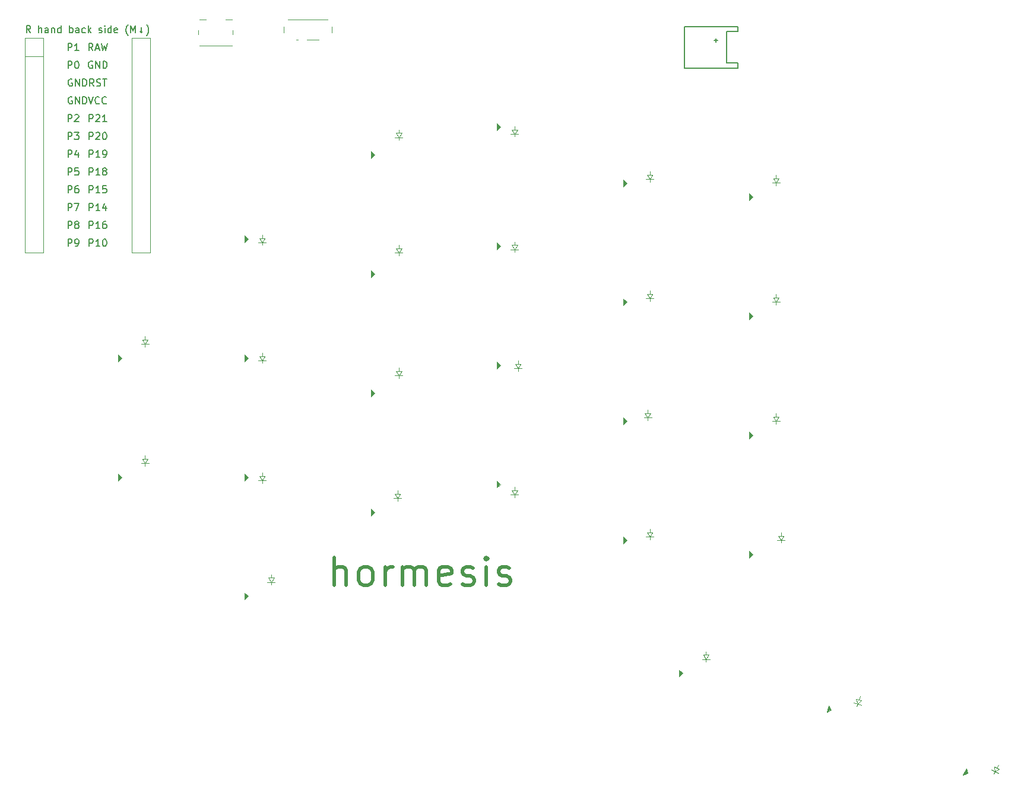
<source format=gbr>
%TF.GenerationSoftware,KiCad,Pcbnew,9.0.6*%
%TF.CreationDate,2025-11-21T16:08:54+01:00*%
%TF.ProjectId,main_pcb,6d61696e-5f70-4636-922e-6b696361645f,v1.0.0*%
%TF.SameCoordinates,Original*%
%TF.FileFunction,Legend,Top*%
%TF.FilePolarity,Positive*%
%FSLAX46Y46*%
G04 Gerber Fmt 4.6, Leading zero omitted, Abs format (unit mm)*
G04 Created by KiCad (PCBNEW 9.0.6) date 2025-11-21 16:08:54*
%MOMM*%
%LPD*%
G01*
G04 APERTURE LIST*
%ADD10C,0.500000*%
%ADD11C,0.150000*%
%ADD12C,0.120000*%
%ADD13C,0.100000*%
G04 APERTURE END LIST*
D10*
X116781327Y-154324476D02*
X116781327Y-150324476D01*
X118495613Y-154324476D02*
X118495613Y-152229238D01*
X118495613Y-152229238D02*
X118305137Y-151848285D01*
X118305137Y-151848285D02*
X117924185Y-151657809D01*
X117924185Y-151657809D02*
X117352756Y-151657809D01*
X117352756Y-151657809D02*
X116971804Y-151848285D01*
X116971804Y-151848285D02*
X116781327Y-152038761D01*
X120971804Y-154324476D02*
X120590852Y-154134000D01*
X120590852Y-154134000D02*
X120400375Y-153943523D01*
X120400375Y-153943523D02*
X120209899Y-153562571D01*
X120209899Y-153562571D02*
X120209899Y-152419714D01*
X120209899Y-152419714D02*
X120400375Y-152038761D01*
X120400375Y-152038761D02*
X120590852Y-151848285D01*
X120590852Y-151848285D02*
X120971804Y-151657809D01*
X120971804Y-151657809D02*
X121543233Y-151657809D01*
X121543233Y-151657809D02*
X121924185Y-151848285D01*
X121924185Y-151848285D02*
X122114661Y-152038761D01*
X122114661Y-152038761D02*
X122305137Y-152419714D01*
X122305137Y-152419714D02*
X122305137Y-153562571D01*
X122305137Y-153562571D02*
X122114661Y-153943523D01*
X122114661Y-153943523D02*
X121924185Y-154134000D01*
X121924185Y-154134000D02*
X121543233Y-154324476D01*
X121543233Y-154324476D02*
X120971804Y-154324476D01*
X124019423Y-154324476D02*
X124019423Y-151657809D01*
X124019423Y-152419714D02*
X124209900Y-152038761D01*
X124209900Y-152038761D02*
X124400376Y-151848285D01*
X124400376Y-151848285D02*
X124781328Y-151657809D01*
X124781328Y-151657809D02*
X125162281Y-151657809D01*
X126495613Y-154324476D02*
X126495613Y-151657809D01*
X126495613Y-152038761D02*
X126686090Y-151848285D01*
X126686090Y-151848285D02*
X127067042Y-151657809D01*
X127067042Y-151657809D02*
X127638471Y-151657809D01*
X127638471Y-151657809D02*
X128019423Y-151848285D01*
X128019423Y-151848285D02*
X128209899Y-152229238D01*
X128209899Y-152229238D02*
X128209899Y-154324476D01*
X128209899Y-152229238D02*
X128400375Y-151848285D01*
X128400375Y-151848285D02*
X128781328Y-151657809D01*
X128781328Y-151657809D02*
X129352756Y-151657809D01*
X129352756Y-151657809D02*
X129733709Y-151848285D01*
X129733709Y-151848285D02*
X129924185Y-152229238D01*
X129924185Y-152229238D02*
X129924185Y-154324476D01*
X133352756Y-154134000D02*
X132971804Y-154324476D01*
X132971804Y-154324476D02*
X132209899Y-154324476D01*
X132209899Y-154324476D02*
X131828946Y-154134000D01*
X131828946Y-154134000D02*
X131638470Y-153753047D01*
X131638470Y-153753047D02*
X131638470Y-152229238D01*
X131638470Y-152229238D02*
X131828946Y-151848285D01*
X131828946Y-151848285D02*
X132209899Y-151657809D01*
X132209899Y-151657809D02*
X132971804Y-151657809D01*
X132971804Y-151657809D02*
X133352756Y-151848285D01*
X133352756Y-151848285D02*
X133543232Y-152229238D01*
X133543232Y-152229238D02*
X133543232Y-152610190D01*
X133543232Y-152610190D02*
X131638470Y-152991142D01*
X135067041Y-154134000D02*
X135447994Y-154324476D01*
X135447994Y-154324476D02*
X136209898Y-154324476D01*
X136209898Y-154324476D02*
X136590851Y-154134000D01*
X136590851Y-154134000D02*
X136781327Y-153753047D01*
X136781327Y-153753047D02*
X136781327Y-153562571D01*
X136781327Y-153562571D02*
X136590851Y-153181619D01*
X136590851Y-153181619D02*
X136209898Y-152991142D01*
X136209898Y-152991142D02*
X135638470Y-152991142D01*
X135638470Y-152991142D02*
X135257517Y-152800666D01*
X135257517Y-152800666D02*
X135067041Y-152419714D01*
X135067041Y-152419714D02*
X135067041Y-152229238D01*
X135067041Y-152229238D02*
X135257517Y-151848285D01*
X135257517Y-151848285D02*
X135638470Y-151657809D01*
X135638470Y-151657809D02*
X136209898Y-151657809D01*
X136209898Y-151657809D02*
X136590851Y-151848285D01*
X138495612Y-154324476D02*
X138495612Y-151657809D01*
X138495612Y-150324476D02*
X138305136Y-150514952D01*
X138305136Y-150514952D02*
X138495612Y-150705428D01*
X138495612Y-150705428D02*
X138686089Y-150514952D01*
X138686089Y-150514952D02*
X138495612Y-150324476D01*
X138495612Y-150324476D02*
X138495612Y-150705428D01*
X140209898Y-154134000D02*
X140590851Y-154324476D01*
X140590851Y-154324476D02*
X141352755Y-154324476D01*
X141352755Y-154324476D02*
X141733708Y-154134000D01*
X141733708Y-154134000D02*
X141924184Y-153753047D01*
X141924184Y-153753047D02*
X141924184Y-153562571D01*
X141924184Y-153562571D02*
X141733708Y-153181619D01*
X141733708Y-153181619D02*
X141352755Y-152991142D01*
X141352755Y-152991142D02*
X140781327Y-152991142D01*
X140781327Y-152991142D02*
X140400374Y-152800666D01*
X140400374Y-152800666D02*
X140209898Y-152419714D01*
X140209898Y-152419714D02*
X140209898Y-152229238D01*
X140209898Y-152229238D02*
X140400374Y-151848285D01*
X140400374Y-151848285D02*
X140781327Y-151657809D01*
X140781327Y-151657809D02*
X141352755Y-151657809D01*
X141352755Y-151657809D02*
X141733708Y-151848285D01*
D11*
X79388095Y-82082438D02*
X79292857Y-82034819D01*
X79292857Y-82034819D02*
X79150000Y-82034819D01*
X79150000Y-82034819D02*
X79007143Y-82082438D01*
X79007143Y-82082438D02*
X78911905Y-82177676D01*
X78911905Y-82177676D02*
X78864286Y-82272914D01*
X78864286Y-82272914D02*
X78816667Y-82463390D01*
X78816667Y-82463390D02*
X78816667Y-82606247D01*
X78816667Y-82606247D02*
X78864286Y-82796723D01*
X78864286Y-82796723D02*
X78911905Y-82891961D01*
X78911905Y-82891961D02*
X79007143Y-82987200D01*
X79007143Y-82987200D02*
X79150000Y-83034819D01*
X79150000Y-83034819D02*
X79245238Y-83034819D01*
X79245238Y-83034819D02*
X79388095Y-82987200D01*
X79388095Y-82987200D02*
X79435714Y-82939580D01*
X79435714Y-82939580D02*
X79435714Y-82606247D01*
X79435714Y-82606247D02*
X79245238Y-82606247D01*
X79864286Y-83034819D02*
X79864286Y-82034819D01*
X79864286Y-82034819D02*
X80435714Y-83034819D01*
X80435714Y-83034819D02*
X80435714Y-82034819D01*
X80911905Y-83034819D02*
X80911905Y-82034819D01*
X80911905Y-82034819D02*
X81150000Y-82034819D01*
X81150000Y-82034819D02*
X81292857Y-82082438D01*
X81292857Y-82082438D02*
X81388095Y-82177676D01*
X81388095Y-82177676D02*
X81435714Y-82272914D01*
X81435714Y-82272914D02*
X81483333Y-82463390D01*
X81483333Y-82463390D02*
X81483333Y-82606247D01*
X81483333Y-82606247D02*
X81435714Y-82796723D01*
X81435714Y-82796723D02*
X81388095Y-82891961D01*
X81388095Y-82891961D02*
X81292857Y-82987200D01*
X81292857Y-82987200D02*
X81150000Y-83034819D01*
X81150000Y-83034819D02*
X80911905Y-83034819D01*
X78821905Y-98274819D02*
X78821905Y-97274819D01*
X78821905Y-97274819D02*
X79202857Y-97274819D01*
X79202857Y-97274819D02*
X79298095Y-97322438D01*
X79298095Y-97322438D02*
X79345714Y-97370057D01*
X79345714Y-97370057D02*
X79393333Y-97465295D01*
X79393333Y-97465295D02*
X79393333Y-97608152D01*
X79393333Y-97608152D02*
X79345714Y-97703390D01*
X79345714Y-97703390D02*
X79298095Y-97751009D01*
X79298095Y-97751009D02*
X79202857Y-97798628D01*
X79202857Y-97798628D02*
X78821905Y-97798628D01*
X80250476Y-97274819D02*
X80060000Y-97274819D01*
X80060000Y-97274819D02*
X79964762Y-97322438D01*
X79964762Y-97322438D02*
X79917143Y-97370057D01*
X79917143Y-97370057D02*
X79821905Y-97512914D01*
X79821905Y-97512914D02*
X79774286Y-97703390D01*
X79774286Y-97703390D02*
X79774286Y-98084342D01*
X79774286Y-98084342D02*
X79821905Y-98179580D01*
X79821905Y-98179580D02*
X79869524Y-98227200D01*
X79869524Y-98227200D02*
X79964762Y-98274819D01*
X79964762Y-98274819D02*
X80155238Y-98274819D01*
X80155238Y-98274819D02*
X80250476Y-98227200D01*
X80250476Y-98227200D02*
X80298095Y-98179580D01*
X80298095Y-98179580D02*
X80345714Y-98084342D01*
X80345714Y-98084342D02*
X80345714Y-97846247D01*
X80345714Y-97846247D02*
X80298095Y-97751009D01*
X80298095Y-97751009D02*
X80250476Y-97703390D01*
X80250476Y-97703390D02*
X80155238Y-97655771D01*
X80155238Y-97655771D02*
X79964762Y-97655771D01*
X79964762Y-97655771D02*
X79869524Y-97703390D01*
X79869524Y-97703390D02*
X79821905Y-97751009D01*
X79821905Y-97751009D02*
X79774286Y-97846247D01*
X81835714Y-90654819D02*
X81835714Y-89654819D01*
X81835714Y-89654819D02*
X82216666Y-89654819D01*
X82216666Y-89654819D02*
X82311904Y-89702438D01*
X82311904Y-89702438D02*
X82359523Y-89750057D01*
X82359523Y-89750057D02*
X82407142Y-89845295D01*
X82407142Y-89845295D02*
X82407142Y-89988152D01*
X82407142Y-89988152D02*
X82359523Y-90083390D01*
X82359523Y-90083390D02*
X82311904Y-90131009D01*
X82311904Y-90131009D02*
X82216666Y-90178628D01*
X82216666Y-90178628D02*
X81835714Y-90178628D01*
X82788095Y-89750057D02*
X82835714Y-89702438D01*
X82835714Y-89702438D02*
X82930952Y-89654819D01*
X82930952Y-89654819D02*
X83169047Y-89654819D01*
X83169047Y-89654819D02*
X83264285Y-89702438D01*
X83264285Y-89702438D02*
X83311904Y-89750057D01*
X83311904Y-89750057D02*
X83359523Y-89845295D01*
X83359523Y-89845295D02*
X83359523Y-89940533D01*
X83359523Y-89940533D02*
X83311904Y-90083390D01*
X83311904Y-90083390D02*
X82740476Y-90654819D01*
X82740476Y-90654819D02*
X83359523Y-90654819D01*
X83978571Y-89654819D02*
X84073809Y-89654819D01*
X84073809Y-89654819D02*
X84169047Y-89702438D01*
X84169047Y-89702438D02*
X84216666Y-89750057D01*
X84216666Y-89750057D02*
X84264285Y-89845295D01*
X84264285Y-89845295D02*
X84311904Y-90035771D01*
X84311904Y-90035771D02*
X84311904Y-90273866D01*
X84311904Y-90273866D02*
X84264285Y-90464342D01*
X84264285Y-90464342D02*
X84216666Y-90559580D01*
X84216666Y-90559580D02*
X84169047Y-90607200D01*
X84169047Y-90607200D02*
X84073809Y-90654819D01*
X84073809Y-90654819D02*
X83978571Y-90654819D01*
X83978571Y-90654819D02*
X83883333Y-90607200D01*
X83883333Y-90607200D02*
X83835714Y-90559580D01*
X83835714Y-90559580D02*
X83788095Y-90464342D01*
X83788095Y-90464342D02*
X83740476Y-90273866D01*
X83740476Y-90273866D02*
X83740476Y-90035771D01*
X83740476Y-90035771D02*
X83788095Y-89845295D01*
X83788095Y-89845295D02*
X83835714Y-89750057D01*
X83835714Y-89750057D02*
X83883333Y-89702438D01*
X83883333Y-89702438D02*
X83978571Y-89654819D01*
X81835714Y-105894819D02*
X81835714Y-104894819D01*
X81835714Y-104894819D02*
X82216666Y-104894819D01*
X82216666Y-104894819D02*
X82311904Y-104942438D01*
X82311904Y-104942438D02*
X82359523Y-104990057D01*
X82359523Y-104990057D02*
X82407142Y-105085295D01*
X82407142Y-105085295D02*
X82407142Y-105228152D01*
X82407142Y-105228152D02*
X82359523Y-105323390D01*
X82359523Y-105323390D02*
X82311904Y-105371009D01*
X82311904Y-105371009D02*
X82216666Y-105418628D01*
X82216666Y-105418628D02*
X81835714Y-105418628D01*
X83359523Y-105894819D02*
X82788095Y-105894819D01*
X83073809Y-105894819D02*
X83073809Y-104894819D01*
X83073809Y-104894819D02*
X82978571Y-105037676D01*
X82978571Y-105037676D02*
X82883333Y-105132914D01*
X82883333Y-105132914D02*
X82788095Y-105180533D01*
X83978571Y-104894819D02*
X84073809Y-104894819D01*
X84073809Y-104894819D02*
X84169047Y-104942438D01*
X84169047Y-104942438D02*
X84216666Y-104990057D01*
X84216666Y-104990057D02*
X84264285Y-105085295D01*
X84264285Y-105085295D02*
X84311904Y-105275771D01*
X84311904Y-105275771D02*
X84311904Y-105513866D01*
X84311904Y-105513866D02*
X84264285Y-105704342D01*
X84264285Y-105704342D02*
X84216666Y-105799580D01*
X84216666Y-105799580D02*
X84169047Y-105847200D01*
X84169047Y-105847200D02*
X84073809Y-105894819D01*
X84073809Y-105894819D02*
X83978571Y-105894819D01*
X83978571Y-105894819D02*
X83883333Y-105847200D01*
X83883333Y-105847200D02*
X83835714Y-105799580D01*
X83835714Y-105799580D02*
X83788095Y-105704342D01*
X83788095Y-105704342D02*
X83740476Y-105513866D01*
X83740476Y-105513866D02*
X83740476Y-105275771D01*
X83740476Y-105275771D02*
X83788095Y-105085295D01*
X83788095Y-105085295D02*
X83835714Y-104990057D01*
X83835714Y-104990057D02*
X83883333Y-104942438D01*
X83883333Y-104942438D02*
X83978571Y-104894819D01*
X81835714Y-100814819D02*
X81835714Y-99814819D01*
X81835714Y-99814819D02*
X82216666Y-99814819D01*
X82216666Y-99814819D02*
X82311904Y-99862438D01*
X82311904Y-99862438D02*
X82359523Y-99910057D01*
X82359523Y-99910057D02*
X82407142Y-100005295D01*
X82407142Y-100005295D02*
X82407142Y-100148152D01*
X82407142Y-100148152D02*
X82359523Y-100243390D01*
X82359523Y-100243390D02*
X82311904Y-100291009D01*
X82311904Y-100291009D02*
X82216666Y-100338628D01*
X82216666Y-100338628D02*
X81835714Y-100338628D01*
X83359523Y-100814819D02*
X82788095Y-100814819D01*
X83073809Y-100814819D02*
X83073809Y-99814819D01*
X83073809Y-99814819D02*
X82978571Y-99957676D01*
X82978571Y-99957676D02*
X82883333Y-100052914D01*
X82883333Y-100052914D02*
X82788095Y-100100533D01*
X84216666Y-100148152D02*
X84216666Y-100814819D01*
X83978571Y-99767200D02*
X83740476Y-100481485D01*
X83740476Y-100481485D02*
X84359523Y-100481485D01*
X78821905Y-77954819D02*
X78821905Y-76954819D01*
X78821905Y-76954819D02*
X79202857Y-76954819D01*
X79202857Y-76954819D02*
X79298095Y-77002438D01*
X79298095Y-77002438D02*
X79345714Y-77050057D01*
X79345714Y-77050057D02*
X79393333Y-77145295D01*
X79393333Y-77145295D02*
X79393333Y-77288152D01*
X79393333Y-77288152D02*
X79345714Y-77383390D01*
X79345714Y-77383390D02*
X79298095Y-77431009D01*
X79298095Y-77431009D02*
X79202857Y-77478628D01*
X79202857Y-77478628D02*
X78821905Y-77478628D01*
X80345714Y-77954819D02*
X79774286Y-77954819D01*
X80060000Y-77954819D02*
X80060000Y-76954819D01*
X80060000Y-76954819D02*
X79964762Y-77097676D01*
X79964762Y-77097676D02*
X79869524Y-77192914D01*
X79869524Y-77192914D02*
X79774286Y-77240533D01*
X78821905Y-95734819D02*
X78821905Y-94734819D01*
X78821905Y-94734819D02*
X79202857Y-94734819D01*
X79202857Y-94734819D02*
X79298095Y-94782438D01*
X79298095Y-94782438D02*
X79345714Y-94830057D01*
X79345714Y-94830057D02*
X79393333Y-94925295D01*
X79393333Y-94925295D02*
X79393333Y-95068152D01*
X79393333Y-95068152D02*
X79345714Y-95163390D01*
X79345714Y-95163390D02*
X79298095Y-95211009D01*
X79298095Y-95211009D02*
X79202857Y-95258628D01*
X79202857Y-95258628D02*
X78821905Y-95258628D01*
X80298095Y-94734819D02*
X79821905Y-94734819D01*
X79821905Y-94734819D02*
X79774286Y-95211009D01*
X79774286Y-95211009D02*
X79821905Y-95163390D01*
X79821905Y-95163390D02*
X79917143Y-95115771D01*
X79917143Y-95115771D02*
X80155238Y-95115771D01*
X80155238Y-95115771D02*
X80250476Y-95163390D01*
X80250476Y-95163390D02*
X80298095Y-95211009D01*
X80298095Y-95211009D02*
X80345714Y-95306247D01*
X80345714Y-95306247D02*
X80345714Y-95544342D01*
X80345714Y-95544342D02*
X80298095Y-95639580D01*
X80298095Y-95639580D02*
X80250476Y-95687200D01*
X80250476Y-95687200D02*
X80155238Y-95734819D01*
X80155238Y-95734819D02*
X79917143Y-95734819D01*
X79917143Y-95734819D02*
X79821905Y-95687200D01*
X79821905Y-95687200D02*
X79774286Y-95639580D01*
X81716667Y-84574819D02*
X82050000Y-85574819D01*
X82050000Y-85574819D02*
X82383333Y-84574819D01*
X83288095Y-85479580D02*
X83240476Y-85527200D01*
X83240476Y-85527200D02*
X83097619Y-85574819D01*
X83097619Y-85574819D02*
X83002381Y-85574819D01*
X83002381Y-85574819D02*
X82859524Y-85527200D01*
X82859524Y-85527200D02*
X82764286Y-85431961D01*
X82764286Y-85431961D02*
X82716667Y-85336723D01*
X82716667Y-85336723D02*
X82669048Y-85146247D01*
X82669048Y-85146247D02*
X82669048Y-85003390D01*
X82669048Y-85003390D02*
X82716667Y-84812914D01*
X82716667Y-84812914D02*
X82764286Y-84717676D01*
X82764286Y-84717676D02*
X82859524Y-84622438D01*
X82859524Y-84622438D02*
X83002381Y-84574819D01*
X83002381Y-84574819D02*
X83097619Y-84574819D01*
X83097619Y-84574819D02*
X83240476Y-84622438D01*
X83240476Y-84622438D02*
X83288095Y-84670057D01*
X84288095Y-85479580D02*
X84240476Y-85527200D01*
X84240476Y-85527200D02*
X84097619Y-85574819D01*
X84097619Y-85574819D02*
X84002381Y-85574819D01*
X84002381Y-85574819D02*
X83859524Y-85527200D01*
X83859524Y-85527200D02*
X83764286Y-85431961D01*
X83764286Y-85431961D02*
X83716667Y-85336723D01*
X83716667Y-85336723D02*
X83669048Y-85146247D01*
X83669048Y-85146247D02*
X83669048Y-85003390D01*
X83669048Y-85003390D02*
X83716667Y-84812914D01*
X83716667Y-84812914D02*
X83764286Y-84717676D01*
X83764286Y-84717676D02*
X83859524Y-84622438D01*
X83859524Y-84622438D02*
X84002381Y-84574819D01*
X84002381Y-84574819D02*
X84097619Y-84574819D01*
X84097619Y-84574819D02*
X84240476Y-84622438D01*
X84240476Y-84622438D02*
X84288095Y-84670057D01*
X81835714Y-88114819D02*
X81835714Y-87114819D01*
X81835714Y-87114819D02*
X82216666Y-87114819D01*
X82216666Y-87114819D02*
X82311904Y-87162438D01*
X82311904Y-87162438D02*
X82359523Y-87210057D01*
X82359523Y-87210057D02*
X82407142Y-87305295D01*
X82407142Y-87305295D02*
X82407142Y-87448152D01*
X82407142Y-87448152D02*
X82359523Y-87543390D01*
X82359523Y-87543390D02*
X82311904Y-87591009D01*
X82311904Y-87591009D02*
X82216666Y-87638628D01*
X82216666Y-87638628D02*
X81835714Y-87638628D01*
X82788095Y-87210057D02*
X82835714Y-87162438D01*
X82835714Y-87162438D02*
X82930952Y-87114819D01*
X82930952Y-87114819D02*
X83169047Y-87114819D01*
X83169047Y-87114819D02*
X83264285Y-87162438D01*
X83264285Y-87162438D02*
X83311904Y-87210057D01*
X83311904Y-87210057D02*
X83359523Y-87305295D01*
X83359523Y-87305295D02*
X83359523Y-87400533D01*
X83359523Y-87400533D02*
X83311904Y-87543390D01*
X83311904Y-87543390D02*
X82740476Y-88114819D01*
X82740476Y-88114819D02*
X83359523Y-88114819D01*
X84311904Y-88114819D02*
X83740476Y-88114819D01*
X84026190Y-88114819D02*
X84026190Y-87114819D01*
X84026190Y-87114819D02*
X83930952Y-87257676D01*
X83930952Y-87257676D02*
X83835714Y-87352914D01*
X83835714Y-87352914D02*
X83740476Y-87400533D01*
X78821905Y-100814819D02*
X78821905Y-99814819D01*
X78821905Y-99814819D02*
X79202857Y-99814819D01*
X79202857Y-99814819D02*
X79298095Y-99862438D01*
X79298095Y-99862438D02*
X79345714Y-99910057D01*
X79345714Y-99910057D02*
X79393333Y-100005295D01*
X79393333Y-100005295D02*
X79393333Y-100148152D01*
X79393333Y-100148152D02*
X79345714Y-100243390D01*
X79345714Y-100243390D02*
X79298095Y-100291009D01*
X79298095Y-100291009D02*
X79202857Y-100338628D01*
X79202857Y-100338628D02*
X78821905Y-100338628D01*
X79726667Y-99814819D02*
X80393333Y-99814819D01*
X80393333Y-99814819D02*
X79964762Y-100814819D01*
X78821905Y-105894819D02*
X78821905Y-104894819D01*
X78821905Y-104894819D02*
X79202857Y-104894819D01*
X79202857Y-104894819D02*
X79298095Y-104942438D01*
X79298095Y-104942438D02*
X79345714Y-104990057D01*
X79345714Y-104990057D02*
X79393333Y-105085295D01*
X79393333Y-105085295D02*
X79393333Y-105228152D01*
X79393333Y-105228152D02*
X79345714Y-105323390D01*
X79345714Y-105323390D02*
X79298095Y-105371009D01*
X79298095Y-105371009D02*
X79202857Y-105418628D01*
X79202857Y-105418628D02*
X78821905Y-105418628D01*
X79869524Y-105894819D02*
X80060000Y-105894819D01*
X80060000Y-105894819D02*
X80155238Y-105847200D01*
X80155238Y-105847200D02*
X80202857Y-105799580D01*
X80202857Y-105799580D02*
X80298095Y-105656723D01*
X80298095Y-105656723D02*
X80345714Y-105466247D01*
X80345714Y-105466247D02*
X80345714Y-105085295D01*
X80345714Y-105085295D02*
X80298095Y-104990057D01*
X80298095Y-104990057D02*
X80250476Y-104942438D01*
X80250476Y-104942438D02*
X80155238Y-104894819D01*
X80155238Y-104894819D02*
X79964762Y-104894819D01*
X79964762Y-104894819D02*
X79869524Y-104942438D01*
X79869524Y-104942438D02*
X79821905Y-104990057D01*
X79821905Y-104990057D02*
X79774286Y-105085295D01*
X79774286Y-105085295D02*
X79774286Y-105323390D01*
X79774286Y-105323390D02*
X79821905Y-105418628D01*
X79821905Y-105418628D02*
X79869524Y-105466247D01*
X79869524Y-105466247D02*
X79964762Y-105513866D01*
X79964762Y-105513866D02*
X80155238Y-105513866D01*
X80155238Y-105513866D02*
X80250476Y-105466247D01*
X80250476Y-105466247D02*
X80298095Y-105418628D01*
X80298095Y-105418628D02*
X80345714Y-105323390D01*
X79388095Y-84622438D02*
X79292857Y-84574819D01*
X79292857Y-84574819D02*
X79150000Y-84574819D01*
X79150000Y-84574819D02*
X79007143Y-84622438D01*
X79007143Y-84622438D02*
X78911905Y-84717676D01*
X78911905Y-84717676D02*
X78864286Y-84812914D01*
X78864286Y-84812914D02*
X78816667Y-85003390D01*
X78816667Y-85003390D02*
X78816667Y-85146247D01*
X78816667Y-85146247D02*
X78864286Y-85336723D01*
X78864286Y-85336723D02*
X78911905Y-85431961D01*
X78911905Y-85431961D02*
X79007143Y-85527200D01*
X79007143Y-85527200D02*
X79150000Y-85574819D01*
X79150000Y-85574819D02*
X79245238Y-85574819D01*
X79245238Y-85574819D02*
X79388095Y-85527200D01*
X79388095Y-85527200D02*
X79435714Y-85479580D01*
X79435714Y-85479580D02*
X79435714Y-85146247D01*
X79435714Y-85146247D02*
X79245238Y-85146247D01*
X79864286Y-85574819D02*
X79864286Y-84574819D01*
X79864286Y-84574819D02*
X80435714Y-85574819D01*
X80435714Y-85574819D02*
X80435714Y-84574819D01*
X80911905Y-85574819D02*
X80911905Y-84574819D01*
X80911905Y-84574819D02*
X81150000Y-84574819D01*
X81150000Y-84574819D02*
X81292857Y-84622438D01*
X81292857Y-84622438D02*
X81388095Y-84717676D01*
X81388095Y-84717676D02*
X81435714Y-84812914D01*
X81435714Y-84812914D02*
X81483333Y-85003390D01*
X81483333Y-85003390D02*
X81483333Y-85146247D01*
X81483333Y-85146247D02*
X81435714Y-85336723D01*
X81435714Y-85336723D02*
X81388095Y-85431961D01*
X81388095Y-85431961D02*
X81292857Y-85527200D01*
X81292857Y-85527200D02*
X81150000Y-85574819D01*
X81150000Y-85574819D02*
X80911905Y-85574819D01*
X82359523Y-77954819D02*
X82026190Y-77478628D01*
X81788095Y-77954819D02*
X81788095Y-76954819D01*
X81788095Y-76954819D02*
X82169047Y-76954819D01*
X82169047Y-76954819D02*
X82264285Y-77002438D01*
X82264285Y-77002438D02*
X82311904Y-77050057D01*
X82311904Y-77050057D02*
X82359523Y-77145295D01*
X82359523Y-77145295D02*
X82359523Y-77288152D01*
X82359523Y-77288152D02*
X82311904Y-77383390D01*
X82311904Y-77383390D02*
X82264285Y-77431009D01*
X82264285Y-77431009D02*
X82169047Y-77478628D01*
X82169047Y-77478628D02*
X81788095Y-77478628D01*
X82740476Y-77669104D02*
X83216666Y-77669104D01*
X82645238Y-77954819D02*
X82978571Y-76954819D01*
X82978571Y-76954819D02*
X83311904Y-77954819D01*
X83550000Y-76954819D02*
X83788095Y-77954819D01*
X83788095Y-77954819D02*
X83978571Y-77240533D01*
X83978571Y-77240533D02*
X84169047Y-77954819D01*
X84169047Y-77954819D02*
X84407143Y-76954819D01*
X78821905Y-88114819D02*
X78821905Y-87114819D01*
X78821905Y-87114819D02*
X79202857Y-87114819D01*
X79202857Y-87114819D02*
X79298095Y-87162438D01*
X79298095Y-87162438D02*
X79345714Y-87210057D01*
X79345714Y-87210057D02*
X79393333Y-87305295D01*
X79393333Y-87305295D02*
X79393333Y-87448152D01*
X79393333Y-87448152D02*
X79345714Y-87543390D01*
X79345714Y-87543390D02*
X79298095Y-87591009D01*
X79298095Y-87591009D02*
X79202857Y-87638628D01*
X79202857Y-87638628D02*
X78821905Y-87638628D01*
X79774286Y-87210057D02*
X79821905Y-87162438D01*
X79821905Y-87162438D02*
X79917143Y-87114819D01*
X79917143Y-87114819D02*
X80155238Y-87114819D01*
X80155238Y-87114819D02*
X80250476Y-87162438D01*
X80250476Y-87162438D02*
X80298095Y-87210057D01*
X80298095Y-87210057D02*
X80345714Y-87305295D01*
X80345714Y-87305295D02*
X80345714Y-87400533D01*
X80345714Y-87400533D02*
X80298095Y-87543390D01*
X80298095Y-87543390D02*
X79726667Y-88114819D01*
X79726667Y-88114819D02*
X80345714Y-88114819D01*
X78821905Y-93194819D02*
X78821905Y-92194819D01*
X78821905Y-92194819D02*
X79202857Y-92194819D01*
X79202857Y-92194819D02*
X79298095Y-92242438D01*
X79298095Y-92242438D02*
X79345714Y-92290057D01*
X79345714Y-92290057D02*
X79393333Y-92385295D01*
X79393333Y-92385295D02*
X79393333Y-92528152D01*
X79393333Y-92528152D02*
X79345714Y-92623390D01*
X79345714Y-92623390D02*
X79298095Y-92671009D01*
X79298095Y-92671009D02*
X79202857Y-92718628D01*
X79202857Y-92718628D02*
X78821905Y-92718628D01*
X80250476Y-92528152D02*
X80250476Y-93194819D01*
X80012381Y-92147200D02*
X79774286Y-92861485D01*
X79774286Y-92861485D02*
X80393333Y-92861485D01*
X78821905Y-103354819D02*
X78821905Y-102354819D01*
X78821905Y-102354819D02*
X79202857Y-102354819D01*
X79202857Y-102354819D02*
X79298095Y-102402438D01*
X79298095Y-102402438D02*
X79345714Y-102450057D01*
X79345714Y-102450057D02*
X79393333Y-102545295D01*
X79393333Y-102545295D02*
X79393333Y-102688152D01*
X79393333Y-102688152D02*
X79345714Y-102783390D01*
X79345714Y-102783390D02*
X79298095Y-102831009D01*
X79298095Y-102831009D02*
X79202857Y-102878628D01*
X79202857Y-102878628D02*
X78821905Y-102878628D01*
X79964762Y-102783390D02*
X79869524Y-102735771D01*
X79869524Y-102735771D02*
X79821905Y-102688152D01*
X79821905Y-102688152D02*
X79774286Y-102592914D01*
X79774286Y-102592914D02*
X79774286Y-102545295D01*
X79774286Y-102545295D02*
X79821905Y-102450057D01*
X79821905Y-102450057D02*
X79869524Y-102402438D01*
X79869524Y-102402438D02*
X79964762Y-102354819D01*
X79964762Y-102354819D02*
X80155238Y-102354819D01*
X80155238Y-102354819D02*
X80250476Y-102402438D01*
X80250476Y-102402438D02*
X80298095Y-102450057D01*
X80298095Y-102450057D02*
X80345714Y-102545295D01*
X80345714Y-102545295D02*
X80345714Y-102592914D01*
X80345714Y-102592914D02*
X80298095Y-102688152D01*
X80298095Y-102688152D02*
X80250476Y-102735771D01*
X80250476Y-102735771D02*
X80155238Y-102783390D01*
X80155238Y-102783390D02*
X79964762Y-102783390D01*
X79964762Y-102783390D02*
X79869524Y-102831009D01*
X79869524Y-102831009D02*
X79821905Y-102878628D01*
X79821905Y-102878628D02*
X79774286Y-102973866D01*
X79774286Y-102973866D02*
X79774286Y-103164342D01*
X79774286Y-103164342D02*
X79821905Y-103259580D01*
X79821905Y-103259580D02*
X79869524Y-103307200D01*
X79869524Y-103307200D02*
X79964762Y-103354819D01*
X79964762Y-103354819D02*
X80155238Y-103354819D01*
X80155238Y-103354819D02*
X80250476Y-103307200D01*
X80250476Y-103307200D02*
X80298095Y-103259580D01*
X80298095Y-103259580D02*
X80345714Y-103164342D01*
X80345714Y-103164342D02*
X80345714Y-102973866D01*
X80345714Y-102973866D02*
X80298095Y-102878628D01*
X80298095Y-102878628D02*
X80250476Y-102831009D01*
X80250476Y-102831009D02*
X80155238Y-102783390D01*
X78821905Y-80494819D02*
X78821905Y-79494819D01*
X78821905Y-79494819D02*
X79202857Y-79494819D01*
X79202857Y-79494819D02*
X79298095Y-79542438D01*
X79298095Y-79542438D02*
X79345714Y-79590057D01*
X79345714Y-79590057D02*
X79393333Y-79685295D01*
X79393333Y-79685295D02*
X79393333Y-79828152D01*
X79393333Y-79828152D02*
X79345714Y-79923390D01*
X79345714Y-79923390D02*
X79298095Y-79971009D01*
X79298095Y-79971009D02*
X79202857Y-80018628D01*
X79202857Y-80018628D02*
X78821905Y-80018628D01*
X80012381Y-79494819D02*
X80107619Y-79494819D01*
X80107619Y-79494819D02*
X80202857Y-79542438D01*
X80202857Y-79542438D02*
X80250476Y-79590057D01*
X80250476Y-79590057D02*
X80298095Y-79685295D01*
X80298095Y-79685295D02*
X80345714Y-79875771D01*
X80345714Y-79875771D02*
X80345714Y-80113866D01*
X80345714Y-80113866D02*
X80298095Y-80304342D01*
X80298095Y-80304342D02*
X80250476Y-80399580D01*
X80250476Y-80399580D02*
X80202857Y-80447200D01*
X80202857Y-80447200D02*
X80107619Y-80494819D01*
X80107619Y-80494819D02*
X80012381Y-80494819D01*
X80012381Y-80494819D02*
X79917143Y-80447200D01*
X79917143Y-80447200D02*
X79869524Y-80399580D01*
X79869524Y-80399580D02*
X79821905Y-80304342D01*
X79821905Y-80304342D02*
X79774286Y-80113866D01*
X79774286Y-80113866D02*
X79774286Y-79875771D01*
X79774286Y-79875771D02*
X79821905Y-79685295D01*
X79821905Y-79685295D02*
X79869524Y-79590057D01*
X79869524Y-79590057D02*
X79917143Y-79542438D01*
X79917143Y-79542438D02*
X80012381Y-79494819D01*
X82288095Y-79542438D02*
X82192857Y-79494819D01*
X82192857Y-79494819D02*
X82050000Y-79494819D01*
X82050000Y-79494819D02*
X81907143Y-79542438D01*
X81907143Y-79542438D02*
X81811905Y-79637676D01*
X81811905Y-79637676D02*
X81764286Y-79732914D01*
X81764286Y-79732914D02*
X81716667Y-79923390D01*
X81716667Y-79923390D02*
X81716667Y-80066247D01*
X81716667Y-80066247D02*
X81764286Y-80256723D01*
X81764286Y-80256723D02*
X81811905Y-80351961D01*
X81811905Y-80351961D02*
X81907143Y-80447200D01*
X81907143Y-80447200D02*
X82050000Y-80494819D01*
X82050000Y-80494819D02*
X82145238Y-80494819D01*
X82145238Y-80494819D02*
X82288095Y-80447200D01*
X82288095Y-80447200D02*
X82335714Y-80399580D01*
X82335714Y-80399580D02*
X82335714Y-80066247D01*
X82335714Y-80066247D02*
X82145238Y-80066247D01*
X82764286Y-80494819D02*
X82764286Y-79494819D01*
X82764286Y-79494819D02*
X83335714Y-80494819D01*
X83335714Y-80494819D02*
X83335714Y-79494819D01*
X83811905Y-80494819D02*
X83811905Y-79494819D01*
X83811905Y-79494819D02*
X84050000Y-79494819D01*
X84050000Y-79494819D02*
X84192857Y-79542438D01*
X84192857Y-79542438D02*
X84288095Y-79637676D01*
X84288095Y-79637676D02*
X84335714Y-79732914D01*
X84335714Y-79732914D02*
X84383333Y-79923390D01*
X84383333Y-79923390D02*
X84383333Y-80066247D01*
X84383333Y-80066247D02*
X84335714Y-80256723D01*
X84335714Y-80256723D02*
X84288095Y-80351961D01*
X84288095Y-80351961D02*
X84192857Y-80447200D01*
X84192857Y-80447200D02*
X84050000Y-80494819D01*
X84050000Y-80494819D02*
X83811905Y-80494819D01*
X81835714Y-103354819D02*
X81835714Y-102354819D01*
X81835714Y-102354819D02*
X82216666Y-102354819D01*
X82216666Y-102354819D02*
X82311904Y-102402438D01*
X82311904Y-102402438D02*
X82359523Y-102450057D01*
X82359523Y-102450057D02*
X82407142Y-102545295D01*
X82407142Y-102545295D02*
X82407142Y-102688152D01*
X82407142Y-102688152D02*
X82359523Y-102783390D01*
X82359523Y-102783390D02*
X82311904Y-102831009D01*
X82311904Y-102831009D02*
X82216666Y-102878628D01*
X82216666Y-102878628D02*
X81835714Y-102878628D01*
X83359523Y-103354819D02*
X82788095Y-103354819D01*
X83073809Y-103354819D02*
X83073809Y-102354819D01*
X83073809Y-102354819D02*
X82978571Y-102497676D01*
X82978571Y-102497676D02*
X82883333Y-102592914D01*
X82883333Y-102592914D02*
X82788095Y-102640533D01*
X84216666Y-102354819D02*
X84026190Y-102354819D01*
X84026190Y-102354819D02*
X83930952Y-102402438D01*
X83930952Y-102402438D02*
X83883333Y-102450057D01*
X83883333Y-102450057D02*
X83788095Y-102592914D01*
X83788095Y-102592914D02*
X83740476Y-102783390D01*
X83740476Y-102783390D02*
X83740476Y-103164342D01*
X83740476Y-103164342D02*
X83788095Y-103259580D01*
X83788095Y-103259580D02*
X83835714Y-103307200D01*
X83835714Y-103307200D02*
X83930952Y-103354819D01*
X83930952Y-103354819D02*
X84121428Y-103354819D01*
X84121428Y-103354819D02*
X84216666Y-103307200D01*
X84216666Y-103307200D02*
X84264285Y-103259580D01*
X84264285Y-103259580D02*
X84311904Y-103164342D01*
X84311904Y-103164342D02*
X84311904Y-102926247D01*
X84311904Y-102926247D02*
X84264285Y-102831009D01*
X84264285Y-102831009D02*
X84216666Y-102783390D01*
X84216666Y-102783390D02*
X84121428Y-102735771D01*
X84121428Y-102735771D02*
X83930952Y-102735771D01*
X83930952Y-102735771D02*
X83835714Y-102783390D01*
X83835714Y-102783390D02*
X83788095Y-102831009D01*
X83788095Y-102831009D02*
X83740476Y-102926247D01*
X78821905Y-90654819D02*
X78821905Y-89654819D01*
X78821905Y-89654819D02*
X79202857Y-89654819D01*
X79202857Y-89654819D02*
X79298095Y-89702438D01*
X79298095Y-89702438D02*
X79345714Y-89750057D01*
X79345714Y-89750057D02*
X79393333Y-89845295D01*
X79393333Y-89845295D02*
X79393333Y-89988152D01*
X79393333Y-89988152D02*
X79345714Y-90083390D01*
X79345714Y-90083390D02*
X79298095Y-90131009D01*
X79298095Y-90131009D02*
X79202857Y-90178628D01*
X79202857Y-90178628D02*
X78821905Y-90178628D01*
X79726667Y-89654819D02*
X80345714Y-89654819D01*
X80345714Y-89654819D02*
X80012381Y-90035771D01*
X80012381Y-90035771D02*
X80155238Y-90035771D01*
X80155238Y-90035771D02*
X80250476Y-90083390D01*
X80250476Y-90083390D02*
X80298095Y-90131009D01*
X80298095Y-90131009D02*
X80345714Y-90226247D01*
X80345714Y-90226247D02*
X80345714Y-90464342D01*
X80345714Y-90464342D02*
X80298095Y-90559580D01*
X80298095Y-90559580D02*
X80250476Y-90607200D01*
X80250476Y-90607200D02*
X80155238Y-90654819D01*
X80155238Y-90654819D02*
X79869524Y-90654819D01*
X79869524Y-90654819D02*
X79774286Y-90607200D01*
X79774286Y-90607200D02*
X79726667Y-90559580D01*
X73457141Y-75409819D02*
X73123808Y-74933628D01*
X72885713Y-75409819D02*
X72885713Y-74409819D01*
X72885713Y-74409819D02*
X73266665Y-74409819D01*
X73266665Y-74409819D02*
X73361903Y-74457438D01*
X73361903Y-74457438D02*
X73409522Y-74505057D01*
X73409522Y-74505057D02*
X73457141Y-74600295D01*
X73457141Y-74600295D02*
X73457141Y-74743152D01*
X73457141Y-74743152D02*
X73409522Y-74838390D01*
X73409522Y-74838390D02*
X73361903Y-74886009D01*
X73361903Y-74886009D02*
X73266665Y-74933628D01*
X73266665Y-74933628D02*
X72885713Y-74933628D01*
X74647618Y-75409819D02*
X74647618Y-74409819D01*
X75076189Y-75409819D02*
X75076189Y-74886009D01*
X75076189Y-74886009D02*
X75028570Y-74790771D01*
X75028570Y-74790771D02*
X74933332Y-74743152D01*
X74933332Y-74743152D02*
X74790475Y-74743152D01*
X74790475Y-74743152D02*
X74695237Y-74790771D01*
X74695237Y-74790771D02*
X74647618Y-74838390D01*
X75980951Y-75409819D02*
X75980951Y-74886009D01*
X75980951Y-74886009D02*
X75933332Y-74790771D01*
X75933332Y-74790771D02*
X75838094Y-74743152D01*
X75838094Y-74743152D02*
X75647618Y-74743152D01*
X75647618Y-74743152D02*
X75552380Y-74790771D01*
X75980951Y-75362200D02*
X75885713Y-75409819D01*
X75885713Y-75409819D02*
X75647618Y-75409819D01*
X75647618Y-75409819D02*
X75552380Y-75362200D01*
X75552380Y-75362200D02*
X75504761Y-75266961D01*
X75504761Y-75266961D02*
X75504761Y-75171723D01*
X75504761Y-75171723D02*
X75552380Y-75076485D01*
X75552380Y-75076485D02*
X75647618Y-75028866D01*
X75647618Y-75028866D02*
X75885713Y-75028866D01*
X75885713Y-75028866D02*
X75980951Y-74981247D01*
X76457142Y-74743152D02*
X76457142Y-75409819D01*
X76457142Y-74838390D02*
X76504761Y-74790771D01*
X76504761Y-74790771D02*
X76599999Y-74743152D01*
X76599999Y-74743152D02*
X76742856Y-74743152D01*
X76742856Y-74743152D02*
X76838094Y-74790771D01*
X76838094Y-74790771D02*
X76885713Y-74886009D01*
X76885713Y-74886009D02*
X76885713Y-75409819D01*
X77790475Y-75409819D02*
X77790475Y-74409819D01*
X77790475Y-75362200D02*
X77695237Y-75409819D01*
X77695237Y-75409819D02*
X77504761Y-75409819D01*
X77504761Y-75409819D02*
X77409523Y-75362200D01*
X77409523Y-75362200D02*
X77361904Y-75314580D01*
X77361904Y-75314580D02*
X77314285Y-75219342D01*
X77314285Y-75219342D02*
X77314285Y-74933628D01*
X77314285Y-74933628D02*
X77361904Y-74838390D01*
X77361904Y-74838390D02*
X77409523Y-74790771D01*
X77409523Y-74790771D02*
X77504761Y-74743152D01*
X77504761Y-74743152D02*
X77695237Y-74743152D01*
X77695237Y-74743152D02*
X77790475Y-74790771D01*
X79028571Y-75409819D02*
X79028571Y-74409819D01*
X79028571Y-74790771D02*
X79123809Y-74743152D01*
X79123809Y-74743152D02*
X79314285Y-74743152D01*
X79314285Y-74743152D02*
X79409523Y-74790771D01*
X79409523Y-74790771D02*
X79457142Y-74838390D01*
X79457142Y-74838390D02*
X79504761Y-74933628D01*
X79504761Y-74933628D02*
X79504761Y-75219342D01*
X79504761Y-75219342D02*
X79457142Y-75314580D01*
X79457142Y-75314580D02*
X79409523Y-75362200D01*
X79409523Y-75362200D02*
X79314285Y-75409819D01*
X79314285Y-75409819D02*
X79123809Y-75409819D01*
X79123809Y-75409819D02*
X79028571Y-75362200D01*
X80361904Y-75409819D02*
X80361904Y-74886009D01*
X80361904Y-74886009D02*
X80314285Y-74790771D01*
X80314285Y-74790771D02*
X80219047Y-74743152D01*
X80219047Y-74743152D02*
X80028571Y-74743152D01*
X80028571Y-74743152D02*
X79933333Y-74790771D01*
X80361904Y-75362200D02*
X80266666Y-75409819D01*
X80266666Y-75409819D02*
X80028571Y-75409819D01*
X80028571Y-75409819D02*
X79933333Y-75362200D01*
X79933333Y-75362200D02*
X79885714Y-75266961D01*
X79885714Y-75266961D02*
X79885714Y-75171723D01*
X79885714Y-75171723D02*
X79933333Y-75076485D01*
X79933333Y-75076485D02*
X80028571Y-75028866D01*
X80028571Y-75028866D02*
X80266666Y-75028866D01*
X80266666Y-75028866D02*
X80361904Y-74981247D01*
X81266666Y-75362200D02*
X81171428Y-75409819D01*
X81171428Y-75409819D02*
X80980952Y-75409819D01*
X80980952Y-75409819D02*
X80885714Y-75362200D01*
X80885714Y-75362200D02*
X80838095Y-75314580D01*
X80838095Y-75314580D02*
X80790476Y-75219342D01*
X80790476Y-75219342D02*
X80790476Y-74933628D01*
X80790476Y-74933628D02*
X80838095Y-74838390D01*
X80838095Y-74838390D02*
X80885714Y-74790771D01*
X80885714Y-74790771D02*
X80980952Y-74743152D01*
X80980952Y-74743152D02*
X81171428Y-74743152D01*
X81171428Y-74743152D02*
X81266666Y-74790771D01*
X81695238Y-75409819D02*
X81695238Y-74409819D01*
X81790476Y-75028866D02*
X82076190Y-75409819D01*
X82076190Y-74743152D02*
X81695238Y-75124104D01*
X83219048Y-75362200D02*
X83314286Y-75409819D01*
X83314286Y-75409819D02*
X83504762Y-75409819D01*
X83504762Y-75409819D02*
X83600000Y-75362200D01*
X83600000Y-75362200D02*
X83647619Y-75266961D01*
X83647619Y-75266961D02*
X83647619Y-75219342D01*
X83647619Y-75219342D02*
X83600000Y-75124104D01*
X83600000Y-75124104D02*
X83504762Y-75076485D01*
X83504762Y-75076485D02*
X83361905Y-75076485D01*
X83361905Y-75076485D02*
X83266667Y-75028866D01*
X83266667Y-75028866D02*
X83219048Y-74933628D01*
X83219048Y-74933628D02*
X83219048Y-74886009D01*
X83219048Y-74886009D02*
X83266667Y-74790771D01*
X83266667Y-74790771D02*
X83361905Y-74743152D01*
X83361905Y-74743152D02*
X83504762Y-74743152D01*
X83504762Y-74743152D02*
X83600000Y-74790771D01*
X84076191Y-75409819D02*
X84076191Y-74743152D01*
X84076191Y-74409819D02*
X84028572Y-74457438D01*
X84028572Y-74457438D02*
X84076191Y-74505057D01*
X84076191Y-74505057D02*
X84123810Y-74457438D01*
X84123810Y-74457438D02*
X84076191Y-74409819D01*
X84076191Y-74409819D02*
X84076191Y-74505057D01*
X84980952Y-75409819D02*
X84980952Y-74409819D01*
X84980952Y-75362200D02*
X84885714Y-75409819D01*
X84885714Y-75409819D02*
X84695238Y-75409819D01*
X84695238Y-75409819D02*
X84600000Y-75362200D01*
X84600000Y-75362200D02*
X84552381Y-75314580D01*
X84552381Y-75314580D02*
X84504762Y-75219342D01*
X84504762Y-75219342D02*
X84504762Y-74933628D01*
X84504762Y-74933628D02*
X84552381Y-74838390D01*
X84552381Y-74838390D02*
X84600000Y-74790771D01*
X84600000Y-74790771D02*
X84695238Y-74743152D01*
X84695238Y-74743152D02*
X84885714Y-74743152D01*
X84885714Y-74743152D02*
X84980952Y-74790771D01*
X85838095Y-75362200D02*
X85742857Y-75409819D01*
X85742857Y-75409819D02*
X85552381Y-75409819D01*
X85552381Y-75409819D02*
X85457143Y-75362200D01*
X85457143Y-75362200D02*
X85409524Y-75266961D01*
X85409524Y-75266961D02*
X85409524Y-74886009D01*
X85409524Y-74886009D02*
X85457143Y-74790771D01*
X85457143Y-74790771D02*
X85552381Y-74743152D01*
X85552381Y-74743152D02*
X85742857Y-74743152D01*
X85742857Y-74743152D02*
X85838095Y-74790771D01*
X85838095Y-74790771D02*
X85885714Y-74886009D01*
X85885714Y-74886009D02*
X85885714Y-74981247D01*
X85885714Y-74981247D02*
X85409524Y-75076485D01*
X87361905Y-75790771D02*
X87314286Y-75743152D01*
X87314286Y-75743152D02*
X87219048Y-75600295D01*
X87219048Y-75600295D02*
X87171429Y-75505057D01*
X87171429Y-75505057D02*
X87123810Y-75362200D01*
X87123810Y-75362200D02*
X87076191Y-75124104D01*
X87076191Y-75124104D02*
X87076191Y-74933628D01*
X87076191Y-74933628D02*
X87123810Y-74695533D01*
X87123810Y-74695533D02*
X87171429Y-74552676D01*
X87171429Y-74552676D02*
X87219048Y-74457438D01*
X87219048Y-74457438D02*
X87314286Y-74314580D01*
X87314286Y-74314580D02*
X87361905Y-74266961D01*
X87742858Y-75409819D02*
X87742858Y-74409819D01*
X87742858Y-74409819D02*
X88076191Y-75124104D01*
X88076191Y-75124104D02*
X88409524Y-74409819D01*
X88409524Y-74409819D02*
X88409524Y-75409819D01*
X89266667Y-74647914D02*
X89266667Y-75409819D01*
X89457143Y-75219342D02*
X89266667Y-75409819D01*
X89266667Y-75409819D02*
X89076191Y-75219342D01*
X90028572Y-75790771D02*
X90076191Y-75743152D01*
X90076191Y-75743152D02*
X90171429Y-75600295D01*
X90171429Y-75600295D02*
X90219048Y-75505057D01*
X90219048Y-75505057D02*
X90266667Y-75362200D01*
X90266667Y-75362200D02*
X90314286Y-75124104D01*
X90314286Y-75124104D02*
X90314286Y-74933628D01*
X90314286Y-74933628D02*
X90266667Y-74695533D01*
X90266667Y-74695533D02*
X90219048Y-74552676D01*
X90219048Y-74552676D02*
X90171429Y-74457438D01*
X90171429Y-74457438D02*
X90076191Y-74314580D01*
X90076191Y-74314580D02*
X90028572Y-74266961D01*
X81835714Y-93194819D02*
X81835714Y-92194819D01*
X81835714Y-92194819D02*
X82216666Y-92194819D01*
X82216666Y-92194819D02*
X82311904Y-92242438D01*
X82311904Y-92242438D02*
X82359523Y-92290057D01*
X82359523Y-92290057D02*
X82407142Y-92385295D01*
X82407142Y-92385295D02*
X82407142Y-92528152D01*
X82407142Y-92528152D02*
X82359523Y-92623390D01*
X82359523Y-92623390D02*
X82311904Y-92671009D01*
X82311904Y-92671009D02*
X82216666Y-92718628D01*
X82216666Y-92718628D02*
X81835714Y-92718628D01*
X83359523Y-93194819D02*
X82788095Y-93194819D01*
X83073809Y-93194819D02*
X83073809Y-92194819D01*
X83073809Y-92194819D02*
X82978571Y-92337676D01*
X82978571Y-92337676D02*
X82883333Y-92432914D01*
X82883333Y-92432914D02*
X82788095Y-92480533D01*
X83835714Y-93194819D02*
X84026190Y-93194819D01*
X84026190Y-93194819D02*
X84121428Y-93147200D01*
X84121428Y-93147200D02*
X84169047Y-93099580D01*
X84169047Y-93099580D02*
X84264285Y-92956723D01*
X84264285Y-92956723D02*
X84311904Y-92766247D01*
X84311904Y-92766247D02*
X84311904Y-92385295D01*
X84311904Y-92385295D02*
X84264285Y-92290057D01*
X84264285Y-92290057D02*
X84216666Y-92242438D01*
X84216666Y-92242438D02*
X84121428Y-92194819D01*
X84121428Y-92194819D02*
X83930952Y-92194819D01*
X83930952Y-92194819D02*
X83835714Y-92242438D01*
X83835714Y-92242438D02*
X83788095Y-92290057D01*
X83788095Y-92290057D02*
X83740476Y-92385295D01*
X83740476Y-92385295D02*
X83740476Y-92623390D01*
X83740476Y-92623390D02*
X83788095Y-92718628D01*
X83788095Y-92718628D02*
X83835714Y-92766247D01*
X83835714Y-92766247D02*
X83930952Y-92813866D01*
X83930952Y-92813866D02*
X84121428Y-92813866D01*
X84121428Y-92813866D02*
X84216666Y-92766247D01*
X84216666Y-92766247D02*
X84264285Y-92718628D01*
X84264285Y-92718628D02*
X84311904Y-92623390D01*
X81835714Y-95734819D02*
X81835714Y-94734819D01*
X81835714Y-94734819D02*
X82216666Y-94734819D01*
X82216666Y-94734819D02*
X82311904Y-94782438D01*
X82311904Y-94782438D02*
X82359523Y-94830057D01*
X82359523Y-94830057D02*
X82407142Y-94925295D01*
X82407142Y-94925295D02*
X82407142Y-95068152D01*
X82407142Y-95068152D02*
X82359523Y-95163390D01*
X82359523Y-95163390D02*
X82311904Y-95211009D01*
X82311904Y-95211009D02*
X82216666Y-95258628D01*
X82216666Y-95258628D02*
X81835714Y-95258628D01*
X83359523Y-95734819D02*
X82788095Y-95734819D01*
X83073809Y-95734819D02*
X83073809Y-94734819D01*
X83073809Y-94734819D02*
X82978571Y-94877676D01*
X82978571Y-94877676D02*
X82883333Y-94972914D01*
X82883333Y-94972914D02*
X82788095Y-95020533D01*
X83930952Y-95163390D02*
X83835714Y-95115771D01*
X83835714Y-95115771D02*
X83788095Y-95068152D01*
X83788095Y-95068152D02*
X83740476Y-94972914D01*
X83740476Y-94972914D02*
X83740476Y-94925295D01*
X83740476Y-94925295D02*
X83788095Y-94830057D01*
X83788095Y-94830057D02*
X83835714Y-94782438D01*
X83835714Y-94782438D02*
X83930952Y-94734819D01*
X83930952Y-94734819D02*
X84121428Y-94734819D01*
X84121428Y-94734819D02*
X84216666Y-94782438D01*
X84216666Y-94782438D02*
X84264285Y-94830057D01*
X84264285Y-94830057D02*
X84311904Y-94925295D01*
X84311904Y-94925295D02*
X84311904Y-94972914D01*
X84311904Y-94972914D02*
X84264285Y-95068152D01*
X84264285Y-95068152D02*
X84216666Y-95115771D01*
X84216666Y-95115771D02*
X84121428Y-95163390D01*
X84121428Y-95163390D02*
X83930952Y-95163390D01*
X83930952Y-95163390D02*
X83835714Y-95211009D01*
X83835714Y-95211009D02*
X83788095Y-95258628D01*
X83788095Y-95258628D02*
X83740476Y-95353866D01*
X83740476Y-95353866D02*
X83740476Y-95544342D01*
X83740476Y-95544342D02*
X83788095Y-95639580D01*
X83788095Y-95639580D02*
X83835714Y-95687200D01*
X83835714Y-95687200D02*
X83930952Y-95734819D01*
X83930952Y-95734819D02*
X84121428Y-95734819D01*
X84121428Y-95734819D02*
X84216666Y-95687200D01*
X84216666Y-95687200D02*
X84264285Y-95639580D01*
X84264285Y-95639580D02*
X84311904Y-95544342D01*
X84311904Y-95544342D02*
X84311904Y-95353866D01*
X84311904Y-95353866D02*
X84264285Y-95258628D01*
X84264285Y-95258628D02*
X84216666Y-95211009D01*
X84216666Y-95211009D02*
X84121428Y-95163390D01*
X81835714Y-98274819D02*
X81835714Y-97274819D01*
X81835714Y-97274819D02*
X82216666Y-97274819D01*
X82216666Y-97274819D02*
X82311904Y-97322438D01*
X82311904Y-97322438D02*
X82359523Y-97370057D01*
X82359523Y-97370057D02*
X82407142Y-97465295D01*
X82407142Y-97465295D02*
X82407142Y-97608152D01*
X82407142Y-97608152D02*
X82359523Y-97703390D01*
X82359523Y-97703390D02*
X82311904Y-97751009D01*
X82311904Y-97751009D02*
X82216666Y-97798628D01*
X82216666Y-97798628D02*
X81835714Y-97798628D01*
X83359523Y-98274819D02*
X82788095Y-98274819D01*
X83073809Y-98274819D02*
X83073809Y-97274819D01*
X83073809Y-97274819D02*
X82978571Y-97417676D01*
X82978571Y-97417676D02*
X82883333Y-97512914D01*
X82883333Y-97512914D02*
X82788095Y-97560533D01*
X84264285Y-97274819D02*
X83788095Y-97274819D01*
X83788095Y-97274819D02*
X83740476Y-97751009D01*
X83740476Y-97751009D02*
X83788095Y-97703390D01*
X83788095Y-97703390D02*
X83883333Y-97655771D01*
X83883333Y-97655771D02*
X84121428Y-97655771D01*
X84121428Y-97655771D02*
X84216666Y-97703390D01*
X84216666Y-97703390D02*
X84264285Y-97751009D01*
X84264285Y-97751009D02*
X84311904Y-97846247D01*
X84311904Y-97846247D02*
X84311904Y-98084342D01*
X84311904Y-98084342D02*
X84264285Y-98179580D01*
X84264285Y-98179580D02*
X84216666Y-98227200D01*
X84216666Y-98227200D02*
X84121428Y-98274819D01*
X84121428Y-98274819D02*
X83883333Y-98274819D01*
X83883333Y-98274819D02*
X83788095Y-98227200D01*
X83788095Y-98227200D02*
X83740476Y-98179580D01*
X82502380Y-83034819D02*
X82169047Y-82558628D01*
X81930952Y-83034819D02*
X81930952Y-82034819D01*
X81930952Y-82034819D02*
X82311904Y-82034819D01*
X82311904Y-82034819D02*
X82407142Y-82082438D01*
X82407142Y-82082438D02*
X82454761Y-82130057D01*
X82454761Y-82130057D02*
X82502380Y-82225295D01*
X82502380Y-82225295D02*
X82502380Y-82368152D01*
X82502380Y-82368152D02*
X82454761Y-82463390D01*
X82454761Y-82463390D02*
X82407142Y-82511009D01*
X82407142Y-82511009D02*
X82311904Y-82558628D01*
X82311904Y-82558628D02*
X81930952Y-82558628D01*
X82883333Y-82987200D02*
X83026190Y-83034819D01*
X83026190Y-83034819D02*
X83264285Y-83034819D01*
X83264285Y-83034819D02*
X83359523Y-82987200D01*
X83359523Y-82987200D02*
X83407142Y-82939580D01*
X83407142Y-82939580D02*
X83454761Y-82844342D01*
X83454761Y-82844342D02*
X83454761Y-82749104D01*
X83454761Y-82749104D02*
X83407142Y-82653866D01*
X83407142Y-82653866D02*
X83359523Y-82606247D01*
X83359523Y-82606247D02*
X83264285Y-82558628D01*
X83264285Y-82558628D02*
X83073809Y-82511009D01*
X83073809Y-82511009D02*
X82978571Y-82463390D01*
X82978571Y-82463390D02*
X82930952Y-82415771D01*
X82930952Y-82415771D02*
X82883333Y-82320533D01*
X82883333Y-82320533D02*
X82883333Y-82225295D01*
X82883333Y-82225295D02*
X82930952Y-82130057D01*
X82930952Y-82130057D02*
X82978571Y-82082438D01*
X82978571Y-82082438D02*
X83073809Y-82034819D01*
X83073809Y-82034819D02*
X83311904Y-82034819D01*
X83311904Y-82034819D02*
X83454761Y-82082438D01*
X83740476Y-82034819D02*
X84311904Y-82034819D01*
X84026190Y-83034819D02*
X84026190Y-82034819D01*
D12*
%TO.C,MCU1*%
X72650000Y-76170000D02*
X72650000Y-106770000D01*
X72650000Y-76170000D02*
X75310000Y-76170000D01*
X72650000Y-106770000D02*
X75310000Y-106770000D01*
X75310000Y-76170000D02*
X75310000Y-106770000D01*
X75310000Y-78770000D02*
X72650000Y-78770000D01*
X87890000Y-76170000D02*
X87890000Y-106770000D01*
X87890000Y-76170000D02*
X90550000Y-76170000D01*
X87890000Y-106770000D02*
X90550000Y-106770000D01*
X90550000Y-76170000D02*
X90550000Y-106770000D01*
D13*
%TO.C,LED24*%
X187658110Y-172126729D02*
X187028074Y-172447749D01*
X187337091Y-171496692D01*
X187658110Y-172126729D01*
G36*
X187658110Y-172126729D02*
G01*
X187028074Y-172447749D01*
X187337091Y-171496692D01*
X187658110Y-172126729D01*
G37*
D12*
%TO.C,B2*%
X97425000Y-75650000D02*
X97425000Y-75100000D01*
X98450000Y-73525000D02*
X97525000Y-73525000D01*
X102225000Y-73525000D02*
X101300000Y-73525000D01*
X102225000Y-77225000D02*
X97525000Y-77225000D01*
X102325000Y-75650000D02*
X102325000Y-75100000D01*
D13*
%TO.C,D3*%
X106100000Y-121600000D02*
X106900000Y-121600000D01*
X106500000Y-121600000D02*
X106500000Y-121100000D01*
X106500000Y-122200000D02*
X105950000Y-122200000D01*
X106500000Y-122200000D02*
X106100000Y-121600000D01*
X106500000Y-122200000D02*
X107050000Y-122200000D01*
X106500000Y-122600000D02*
X106500000Y-122200000D01*
X106900000Y-121600000D02*
X106500000Y-122200000D01*
D11*
%TO.C,JST2*%
X166750000Y-74550000D02*
X166750000Y-80450000D01*
X166750000Y-80450000D02*
X174350000Y-80450000D01*
X171250000Y-76250000D02*
X171250000Y-76750000D01*
X171500000Y-76500000D02*
X171000000Y-76500000D01*
X172750000Y-75250000D02*
X174350000Y-75250000D01*
X172750000Y-79750000D02*
X172750000Y-75250000D01*
X174350000Y-74550000D02*
X166750000Y-74550000D01*
X174350000Y-75250000D02*
X174350000Y-74550000D01*
X174350000Y-79750000D02*
X172750000Y-79750000D01*
X174350000Y-80450000D02*
X174350000Y-79750000D01*
D12*
%TO.C,SW1*%
X109550000Y-74585000D02*
X109550000Y-75375000D01*
X111600000Y-76425000D02*
X111400000Y-76425000D01*
X114600000Y-76425000D02*
X112900000Y-76425000D01*
X115850000Y-73575000D02*
X110150000Y-73575000D01*
X116450000Y-75375000D02*
X116450000Y-74585000D01*
D13*
%TO.C,D10*%
X142600000Y-122750000D02*
X143400000Y-122750000D01*
X143000000Y-122750000D02*
X143000000Y-122250000D01*
X143000000Y-123350000D02*
X142450000Y-123350000D01*
X143000000Y-123350000D02*
X142600000Y-122750000D01*
X143000000Y-123350000D02*
X143550000Y-123350000D01*
X143000000Y-123750000D02*
X143000000Y-123350000D01*
X143400000Y-122750000D02*
X143000000Y-123350000D01*
%TO.C,LED14*%
X158500000Y-130875000D02*
X158000000Y-131375000D01*
X158000000Y-130375000D01*
X158500000Y-130875000D01*
G36*
X158500000Y-130875000D02*
G01*
X158000000Y-131375000D01*
X158000000Y-130375000D01*
X158500000Y-130875000D01*
G37*
%TO.C,D8*%
X125600000Y-89750000D02*
X126400000Y-89750000D01*
X126000000Y-89750000D02*
X126000000Y-89250000D01*
X126000000Y-90350000D02*
X125450000Y-90350000D01*
X126000000Y-90350000D02*
X125600000Y-89750000D01*
X126000000Y-90350000D02*
X126550000Y-90350000D01*
X126000000Y-90750000D02*
X126000000Y-90350000D01*
X126400000Y-89750000D02*
X126000000Y-90350000D01*
%TO.C,LED22*%
X86500000Y-121875000D02*
X86000000Y-122375000D01*
X86000000Y-121375000D01*
X86500000Y-121875000D01*
G36*
X86500000Y-121875000D02*
G01*
X86000000Y-122375000D01*
X86000000Y-121375000D01*
X86500000Y-121875000D01*
G37*
%TO.C,D25*%
X210820757Y-181269984D02*
X211008546Y-180916805D01*
X210937050Y-180199247D02*
X211643408Y-180574825D01*
X211008546Y-180916805D02*
X210522925Y-180658595D01*
X211008546Y-180916805D02*
X210937050Y-180199247D01*
X211008546Y-180916805D02*
X211494167Y-181175014D01*
X211290229Y-180387036D02*
X211524965Y-179945562D01*
X211643408Y-180574825D02*
X211008546Y-180916805D01*
%TO.C,D23*%
X169400000Y-164250000D02*
X170200000Y-164250000D01*
X169800000Y-164250000D02*
X169800000Y-163750000D01*
X169800000Y-164850000D02*
X169250000Y-164850000D01*
X169800000Y-164850000D02*
X169400000Y-164250000D01*
X169800000Y-164850000D02*
X170350000Y-164850000D01*
X169800000Y-165250000D02*
X169800000Y-164850000D01*
X170200000Y-164250000D02*
X169800000Y-164850000D01*
%TO.C,D5*%
X125400000Y-141250000D02*
X126200000Y-141250000D01*
X125800000Y-141250000D02*
X125800000Y-140750000D01*
X125800000Y-141850000D02*
X125250000Y-141850000D01*
X125800000Y-141850000D02*
X125400000Y-141250000D01*
X125800000Y-141850000D02*
X126350000Y-141850000D01*
X125800000Y-142250000D02*
X125800000Y-141850000D01*
X126200000Y-141250000D02*
X125800000Y-141850000D01*
%TO.C,D1*%
X107400000Y-153250000D02*
X108200000Y-153250000D01*
X107800000Y-153250000D02*
X107800000Y-152750000D01*
X107800000Y-153850000D02*
X107250000Y-153850000D01*
X107800000Y-153850000D02*
X107400000Y-153250000D01*
X107800000Y-153850000D02*
X108350000Y-153850000D01*
X107800000Y-154250000D02*
X107800000Y-153850000D01*
X108200000Y-153250000D02*
X107800000Y-153850000D01*
%TO.C,D4*%
X106100000Y-104750000D02*
X106900000Y-104750000D01*
X106500000Y-104750000D02*
X106500000Y-104250000D01*
X106500000Y-105350000D02*
X105950000Y-105350000D01*
X106500000Y-105350000D02*
X106100000Y-104750000D01*
X106500000Y-105350000D02*
X107050000Y-105350000D01*
X106500000Y-105750000D02*
X106500000Y-105350000D01*
X106900000Y-104750000D02*
X106500000Y-105350000D01*
%TO.C,LED21*%
X86500000Y-138875000D02*
X86000000Y-139375000D01*
X86000000Y-138375000D01*
X86500000Y-138875000D01*
G36*
X86500000Y-138875000D02*
G01*
X86000000Y-139375000D01*
X86000000Y-138375000D01*
X86500000Y-138875000D01*
G37*
%TO.C,LED12*%
X140500000Y-88875000D02*
X140000000Y-89375000D01*
X140000000Y-88375000D01*
X140500000Y-88875000D01*
G36*
X140500000Y-88875000D02*
G01*
X140000000Y-89375000D01*
X140000000Y-88375000D01*
X140500000Y-88875000D01*
G37*
%TO.C,LED2*%
X104500000Y-138875000D02*
X104000000Y-139375000D01*
X104000000Y-138375000D01*
X104500000Y-138875000D01*
G36*
X104500000Y-138875000D02*
G01*
X104000000Y-139375000D01*
X104000000Y-138375000D01*
X104500000Y-138875000D01*
G37*
%TO.C,D6*%
X125600000Y-123750000D02*
X126400000Y-123750000D01*
X126000000Y-123750000D02*
X126000000Y-123250000D01*
X126000000Y-124350000D02*
X125450000Y-124350000D01*
X126000000Y-124350000D02*
X125600000Y-123750000D01*
X126000000Y-124350000D02*
X126550000Y-124350000D01*
X126000000Y-124750000D02*
X126000000Y-124350000D01*
X126400000Y-123750000D02*
X126000000Y-124350000D01*
%TO.C,LED23*%
X166500000Y-166875000D02*
X166000000Y-167375000D01*
X166000000Y-166375000D01*
X166500000Y-166875000D01*
G36*
X166500000Y-166875000D02*
G01*
X166000000Y-167375000D01*
X166000000Y-166375000D01*
X166500000Y-166875000D01*
G37*
%TO.C,D9*%
X142100000Y-140750000D02*
X142900000Y-140750000D01*
X142500000Y-140750000D02*
X142500000Y-140250000D01*
X142500000Y-141350000D02*
X141950000Y-141350000D01*
X142500000Y-141350000D02*
X142100000Y-140750000D01*
X142500000Y-141350000D02*
X143050000Y-141350000D01*
X142500000Y-141750000D02*
X142500000Y-141350000D01*
X142900000Y-140750000D02*
X142500000Y-141350000D01*
%TO.C,D13*%
X161400000Y-146750000D02*
X162200000Y-146750000D01*
X161800000Y-146750000D02*
X161800000Y-146250000D01*
X161800000Y-147350000D02*
X161250000Y-147350000D01*
X161800000Y-147350000D02*
X161400000Y-146750000D01*
X161800000Y-147350000D02*
X162350000Y-147350000D01*
X161800000Y-147750000D02*
X161800000Y-147350000D01*
X162200000Y-146750000D02*
X161800000Y-147350000D01*
%TO.C,LED20*%
X176500000Y-98875000D02*
X176000000Y-99375000D01*
X176000000Y-98375000D01*
X176500000Y-98875000D01*
G36*
X176500000Y-98875000D02*
G01*
X176000000Y-99375000D01*
X176000000Y-98375000D01*
X176500000Y-98875000D01*
G37*
%TO.C,D17*%
X180100000Y-147250000D02*
X180900000Y-147250000D01*
X180500000Y-147250000D02*
X180500000Y-146750000D01*
X180500000Y-147850000D02*
X179950000Y-147850000D01*
X180500000Y-147850000D02*
X180100000Y-147250000D01*
X180500000Y-147850000D02*
X181050000Y-147850000D01*
X180500000Y-148250000D02*
X180500000Y-147850000D01*
X180900000Y-147250000D02*
X180500000Y-147850000D01*
%TO.C,LED7*%
X122500000Y-109875000D02*
X122000000Y-110375000D01*
X122000000Y-109375000D01*
X122500000Y-109875000D01*
G36*
X122500000Y-109875000D02*
G01*
X122000000Y-110375000D01*
X122000000Y-109375000D01*
X122500000Y-109875000D01*
G37*
%TO.C,D21*%
X89400000Y-136250000D02*
X90200000Y-136250000D01*
X89800000Y-136250000D02*
X89800000Y-135750000D01*
X89800000Y-136850000D02*
X89250000Y-136850000D01*
X89800000Y-136850000D02*
X89400000Y-136250000D01*
X89800000Y-136850000D02*
X90350000Y-136850000D01*
X89800000Y-137250000D02*
X89800000Y-136850000D01*
X90200000Y-136250000D02*
X89800000Y-136850000D01*
%TO.C,LED11*%
X140500000Y-105875000D02*
X140000000Y-106375000D01*
X140000000Y-105375000D01*
X140500000Y-105875000D01*
G36*
X140500000Y-105875000D02*
G01*
X140000000Y-106375000D01*
X140000000Y-105375000D01*
X140500000Y-105875000D01*
G37*
%TO.C,LED1*%
X104500000Y-155875000D02*
X104000000Y-156375000D01*
X104000000Y-155375000D01*
X104500000Y-155875000D01*
G36*
X104500000Y-155875000D02*
G01*
X104000000Y-156375000D01*
X104000000Y-155375000D01*
X104500000Y-155875000D01*
G37*
%TO.C,D18*%
X179400000Y-130250000D02*
X180200000Y-130250000D01*
X179800000Y-130250000D02*
X179800000Y-129750000D01*
X179800000Y-130850000D02*
X179250000Y-130850000D01*
X179800000Y-130850000D02*
X179400000Y-130250000D01*
X179800000Y-130850000D02*
X180350000Y-130850000D01*
X179800000Y-131250000D02*
X179800000Y-130850000D01*
X180200000Y-130250000D02*
X179800000Y-130850000D01*
%TO.C,D24*%
X191227344Y-170526355D02*
X191988189Y-170773569D01*
X191298749Y-171601018D02*
X191422356Y-171220596D01*
X191422356Y-171220596D02*
X190899275Y-171050636D01*
X191422356Y-171220596D02*
X191227344Y-170526355D01*
X191422356Y-171220596D02*
X191945437Y-171390555D01*
X191607766Y-170649962D02*
X191762275Y-170174434D01*
X191988189Y-170773569D02*
X191422356Y-171220596D01*
%TO.C,LED13*%
X158500000Y-147875000D02*
X158000000Y-148375000D01*
X158000000Y-147375000D01*
X158500000Y-147875000D01*
G36*
X158500000Y-147875000D02*
G01*
X158000000Y-148375000D01*
X158000000Y-147375000D01*
X158500000Y-147875000D01*
G37*
%TO.C,D19*%
X179400000Y-113250000D02*
X180200000Y-113250000D01*
X179800000Y-113250000D02*
X179800000Y-112750000D01*
X179800000Y-113850000D02*
X179250000Y-113850000D01*
X179800000Y-113850000D02*
X179400000Y-113250000D01*
X179800000Y-113850000D02*
X180350000Y-113850000D01*
X179800000Y-114250000D02*
X179800000Y-113850000D01*
X180200000Y-113250000D02*
X179800000Y-113850000D01*
%TO.C,LED3*%
X104500000Y-121875000D02*
X104000000Y-122375000D01*
X104000000Y-121375000D01*
X104500000Y-121875000D01*
G36*
X104500000Y-121875000D02*
G01*
X104000000Y-122375000D01*
X104000000Y-121375000D01*
X104500000Y-121875000D01*
G37*
%TO.C,D14*%
X161100000Y-129750000D02*
X161900000Y-129750000D01*
X161500000Y-129750000D02*
X161500000Y-129250000D01*
X161500000Y-130350000D02*
X160950000Y-130350000D01*
X161500000Y-130350000D02*
X161100000Y-129750000D01*
X161500000Y-130350000D02*
X162050000Y-130350000D01*
X161500000Y-130750000D02*
X161500000Y-130350000D01*
X161900000Y-129750000D02*
X161500000Y-130350000D01*
%TO.C,LED10*%
X140500000Y-122875000D02*
X140000000Y-123375000D01*
X140000000Y-122375000D01*
X140500000Y-122875000D01*
G36*
X140500000Y-122875000D02*
G01*
X140000000Y-123375000D01*
X140000000Y-122375000D01*
X140500000Y-122875000D01*
G37*
%TO.C,LED19*%
X176500000Y-115875000D02*
X176000000Y-116375000D01*
X176000000Y-115375000D01*
X176500000Y-115875000D01*
G36*
X176500000Y-115875000D02*
G01*
X176000000Y-116375000D01*
X176000000Y-115375000D01*
X176500000Y-115875000D01*
G37*
%TO.C,LED8*%
X122500000Y-92875000D02*
X122000000Y-93375000D01*
X122000000Y-92375000D01*
X122500000Y-92875000D01*
G36*
X122500000Y-92875000D02*
G01*
X122000000Y-93375000D01*
X122000000Y-92375000D01*
X122500000Y-92875000D01*
G37*
%TO.C,D20*%
X179400000Y-96250000D02*
X180200000Y-96250000D01*
X179800000Y-96250000D02*
X179800000Y-95750000D01*
X179800000Y-96850000D02*
X179250000Y-96850000D01*
X179800000Y-96850000D02*
X179400000Y-96250000D01*
X179800000Y-96850000D02*
X180350000Y-96850000D01*
X179800000Y-97250000D02*
X179800000Y-96850000D01*
X180200000Y-96250000D02*
X179800000Y-96850000D01*
%TO.C,LED25*%
X207144139Y-181155517D02*
X206467929Y-181362255D01*
X206937401Y-180479308D01*
X207144139Y-181155517D01*
G36*
X207144139Y-181155517D02*
G01*
X206467929Y-181362255D01*
X206937401Y-180479308D01*
X207144139Y-181155517D01*
G37*
%TO.C,LED6*%
X122500000Y-126875000D02*
X122000000Y-127375000D01*
X122000000Y-126375000D01*
X122500000Y-126875000D01*
G36*
X122500000Y-126875000D02*
G01*
X122000000Y-127375000D01*
X122000000Y-126375000D01*
X122500000Y-126875000D01*
G37*
%TO.C,LED4*%
X104500000Y-104875000D02*
X104000000Y-105375000D01*
X104000000Y-104375000D01*
X104500000Y-104875000D01*
G36*
X104500000Y-104875000D02*
G01*
X104000000Y-105375000D01*
X104000000Y-104375000D01*
X104500000Y-104875000D01*
G37*
%TO.C,LED17*%
X176500000Y-149875000D02*
X176000000Y-150375000D01*
X176000000Y-149375000D01*
X176500000Y-149875000D01*
G36*
X176500000Y-149875000D02*
G01*
X176000000Y-150375000D01*
X176000000Y-149375000D01*
X176500000Y-149875000D01*
G37*
%TO.C,D7*%
X125600000Y-106250000D02*
X126400000Y-106250000D01*
X126000000Y-106250000D02*
X126000000Y-105750000D01*
X126000000Y-106850000D02*
X125450000Y-106850000D01*
X126000000Y-106850000D02*
X125600000Y-106250000D01*
X126000000Y-106850000D02*
X126550000Y-106850000D01*
X126000000Y-107250000D02*
X126000000Y-106850000D01*
X126400000Y-106250000D02*
X126000000Y-106850000D01*
%TO.C,D16*%
X161400000Y-95750000D02*
X162200000Y-95750000D01*
X161800000Y-95750000D02*
X161800000Y-95250000D01*
X161800000Y-96350000D02*
X161250000Y-96350000D01*
X161800000Y-96350000D02*
X161400000Y-95750000D01*
X161800000Y-96350000D02*
X162350000Y-96350000D01*
X161800000Y-96750000D02*
X161800000Y-96350000D01*
X162200000Y-95750000D02*
X161800000Y-96350000D01*
%TO.C,LED16*%
X158500000Y-96875000D02*
X158000000Y-97375000D01*
X158000000Y-96375000D01*
X158500000Y-96875000D01*
G36*
X158500000Y-96875000D02*
G01*
X158000000Y-97375000D01*
X158000000Y-96375000D01*
X158500000Y-96875000D01*
G37*
%TO.C,LED5*%
X122500000Y-143875000D02*
X122000000Y-144375000D01*
X122000000Y-143375000D01*
X122500000Y-143875000D01*
G36*
X122500000Y-143875000D02*
G01*
X122000000Y-144375000D01*
X122000000Y-143375000D01*
X122500000Y-143875000D01*
G37*
%TO.C,LED15*%
X158500000Y-113875000D02*
X158000000Y-114375000D01*
X158000000Y-113375000D01*
X158500000Y-113875000D01*
G36*
X158500000Y-113875000D02*
G01*
X158000000Y-114375000D01*
X158000000Y-113375000D01*
X158500000Y-113875000D01*
G37*
%TO.C,D11*%
X142100000Y-105750000D02*
X142900000Y-105750000D01*
X142500000Y-105750000D02*
X142500000Y-105250000D01*
X142500000Y-106350000D02*
X141950000Y-106350000D01*
X142500000Y-106350000D02*
X142100000Y-105750000D01*
X142500000Y-106350000D02*
X143050000Y-106350000D01*
X142500000Y-106750000D02*
X142500000Y-106350000D01*
X142900000Y-105750000D02*
X142500000Y-106350000D01*
%TO.C,D15*%
X161400000Y-112750000D02*
X162200000Y-112750000D01*
X161800000Y-112750000D02*
X161800000Y-112250000D01*
X161800000Y-113350000D02*
X161250000Y-113350000D01*
X161800000Y-113350000D02*
X161400000Y-112750000D01*
X161800000Y-113350000D02*
X162350000Y-113350000D01*
X161800000Y-113750000D02*
X161800000Y-113350000D01*
X162200000Y-112750000D02*
X161800000Y-113350000D01*
%TO.C,LED9*%
X140500000Y-139875000D02*
X140000000Y-140375000D01*
X140000000Y-139375000D01*
X140500000Y-139875000D01*
G36*
X140500000Y-139875000D02*
G01*
X140000000Y-140375000D01*
X140000000Y-139375000D01*
X140500000Y-139875000D01*
G37*
%TO.C,LED18*%
X176500000Y-132875000D02*
X176000000Y-133375000D01*
X176000000Y-132375000D01*
X176500000Y-132875000D01*
G36*
X176500000Y-132875000D02*
G01*
X176000000Y-133375000D01*
X176000000Y-132375000D01*
X176500000Y-132875000D01*
G37*
%TO.C,D12*%
X142100000Y-89250000D02*
X142900000Y-89250000D01*
X142500000Y-89250000D02*
X142500000Y-88750000D01*
X142500000Y-89850000D02*
X141950000Y-89850000D01*
X142500000Y-89850000D02*
X142100000Y-89250000D01*
X142500000Y-89850000D02*
X143050000Y-89850000D01*
X142500000Y-90250000D02*
X142500000Y-89850000D01*
X142900000Y-89250000D02*
X142500000Y-89850000D01*
%TO.C,D22*%
X89400000Y-119250000D02*
X90200000Y-119250000D01*
X89800000Y-119250000D02*
X89800000Y-118750000D01*
X89800000Y-119850000D02*
X89250000Y-119850000D01*
X89800000Y-119850000D02*
X89400000Y-119250000D01*
X89800000Y-119850000D02*
X90350000Y-119850000D01*
X89800000Y-120250000D02*
X89800000Y-119850000D01*
X90200000Y-119250000D02*
X89800000Y-119850000D01*
%TO.C,D2*%
X106100000Y-138750000D02*
X106900000Y-138750000D01*
X106500000Y-138750000D02*
X106500000Y-138250000D01*
X106500000Y-139350000D02*
X105950000Y-139350000D01*
X106500000Y-139350000D02*
X106100000Y-138750000D01*
X106500000Y-139350000D02*
X107050000Y-139350000D01*
X106500000Y-139750000D02*
X106500000Y-139350000D01*
X106900000Y-138750000D02*
X106500000Y-139350000D01*
%TD*%
M02*

</source>
